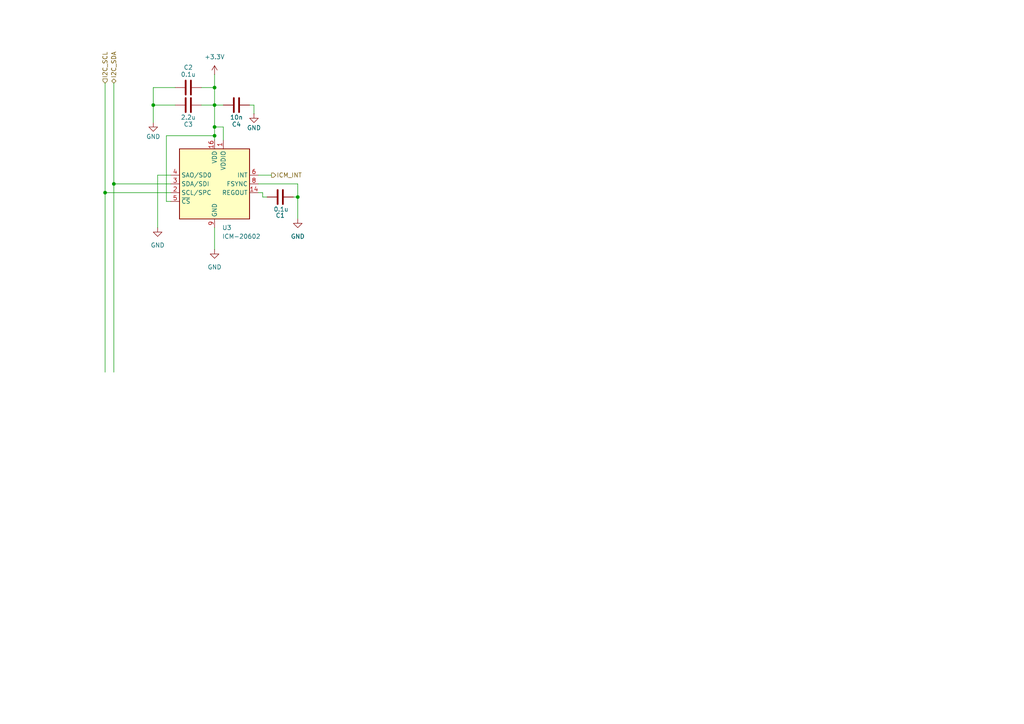
<source format=kicad_sch>
(kicad_sch (version 20231120) (generator "eeschema") (generator_version "8.0")
  (paper "A4")
  (lib_symbols
    (symbol "Device:C" (pin_numbers hide) (pin_names (offset 0.254))
      (property "Reference" "C" (at 0.635 2.54 0))
      (property "Value" "C" (at 0.635 -2.54 0))
      (symbol "C_0_1"
        (polyline (pts (xy -2.032 -0.762) (xy 2.032 -0.762)) (stroke (width 0.508)))
        (polyline (pts (xy -2.032 0.762) (xy 2.032 0.762)) (stroke (width 0.508)))
      )
      (symbol "C_1_1"
        (pin passive line (at 0 3.81 270) (length 2.794) (name "~") (number "1"))
        (pin passive line (at 0 -3.81 90) (length 2.794) (name "~") (number "2"))
      )
    )
    (symbol "Sensor_Motion:ICM-20602"
      (property "Reference" "U" (at -10.16 11.43 0))
      (property "Value" "ICM-20602" (at 10.16 11.43 0))
      (symbol "ICM-20602_0_1"
        (rectangle (start -10.16 10.16) (end 10.16 -10.16) (stroke (width 0.254)) (fill (type background)))
      )
      (symbol "ICM-20602_1_1"
        (pin power_in line (at 2.54 12.7 270) (length 2.54) (name "VDDIO") (number "1"))
        (pin passive line (at 0 -12.7 90) (length 2.54) hide (name "GND") (number "10"))
        (pin passive line (at 0 -12.7 90) (length 2.54) hide (name "GND") (number "11"))
        (pin passive line (at 0 -12.7 90) (length 2.54) hide (name "GND") (number "12"))
        (pin passive line (at 0 -12.7 90) (length 2.54) hide (name "GND") (number "13"))
        (pin passive line (at 12.7 -2.54 180) (length 2.54) (name "REGOUT") (number "14"))
        (pin passive line (at 0 -12.7 90) (length 2.54) hide (name "GND") (number "15"))
        (pin power_in line (at 0 12.7 270) (length 2.54) (name "VDD") (number "16"))
        (pin input line (at -12.7 -2.54 0) (length 2.54) (name "SCL/SPC") (number "2"))
        (pin bidirectional line (at -12.7 0 0) (length 2.54) (name "SDA/SDI") (number "3"))
        (pin bidirectional line (at -12.7 2.54 0) (length 2.54) (name "SAO/SD0") (number "4"))
        (pin input line (at -12.7 -5.08 0) (length 2.54) (name "~{CS}") (number "5"))
        (pin output line (at 12.7 2.54 180) (length 2.54) (name "INT") (number "6"))
        (pin no_connect line (at -10.16 5.08 0) (length 2.54) hide (name "RESV") (number "7"))
        (pin input line (at 12.7 0 180) (length 2.54) (name "FSYNC") (number "8"))
        (pin power_in line (at 0 -12.7 90) (length 2.54) (name "GND") (number "9"))
      )
    )
    (symbol "power:+3.3V" (power) (pin_numbers hide) (pin_names (offset 0) hide)
      (property "Value" "+3.3V" (at 0 3.556 0))
      (symbol "+3.3V_0_1"
        (polyline (pts (xy -0.762 1.27) (xy 0 2.54)))
        (polyline (pts (xy 0 0) (xy 0 2.54)))
        (polyline (pts (xy 0 2.54) (xy 0.762 1.27)))
      )
      (symbol "+3.3V_1_1"
        (pin power_in line (at 0 0 90) (length 0) (name "~") (number "1"))
      )
    )
    (symbol "power:GND" (power) (pin_numbers hide) (pin_names (offset 0) hide)
      (property "Value" "GND" (at 0 -3.81 0))
      (symbol "GND_0_1"
        (polyline (pts (xy 0 0) (xy 0 -1.27) (xy 1.27 -1.27) (xy 0 -2.54) (xy -1.27 -1.27) (xy 0 -1.27)))
      )
      (symbol "GND_1_1"
        (pin power_in line (at 0 0 270) (length 0) (name "~") (number "1"))
      )
    )
  )
  (junction (at 62.23 36.83))
  (junction (at 33.02 53.34))
  (junction (at 62.23 30.48))
  (junction (at 62.23 39.37))
  (junction (at 62.23 25.4))
  (junction (at 86.36 57.15))
  (junction (at 30.48 55.88))
  (junction (at 44.45 30.48))
  (wire (pts (xy 62.23 36.83) (xy 62.23 39.37)))
  (wire (pts (xy 33.02 53.34) (xy 49.53 53.34)))
  (wire (pts (xy 49.53 58.42) (xy 48.26 58.42)))
  (wire (pts (xy 48.26 58.42) (xy 48.26 39.37)))
  (wire (pts (xy 50.8 25.4) (xy 44.45 25.4)))
  (wire (pts (xy 30.48 24.13) (xy 30.48 55.88)))
  (wire (pts (xy 74.93 53.34) (xy 86.36 53.34)))
  (wire (pts (xy 73.66 30.48) (xy 73.66 33.02)))
  (wire (pts (xy 64.77 36.83) (xy 62.23 36.83)))
  (wire (pts (xy 64.77 40.64) (xy 64.77 36.83)))
  (wire (pts (xy 62.23 30.48) (xy 62.23 36.83)))
  (wire (pts (xy 62.23 21.59) (xy 62.23 25.4)))
  (wire (pts (xy 62.23 66.04) (xy 62.23 72.39)))
  (wire (pts (xy 49.53 50.8) (xy 45.72 50.8)))
  (wire (pts (xy 30.48 55.88) (xy 30.48 107.95)))
  (wire (pts (xy 45.72 50.8) (xy 45.72 66.04)))
  (wire (pts (xy 30.48 55.88) (xy 49.53 55.88)))
  (wire (pts (xy 44.45 25.4) (xy 44.45 30.48)))
  (wire (pts (xy 74.93 55.88) (xy 76.2 55.88)))
  (wire (pts (xy 86.36 53.34) (xy 86.36 57.15)))
  (wire (pts (xy 62.23 39.37) (xy 62.23 40.64)))
  (wire (pts (xy 72.39 30.48) (xy 73.66 30.48)))
  (wire (pts (xy 44.45 30.48) (xy 44.45 35.56)))
  (wire (pts (xy 33.02 24.13) (xy 33.02 53.34)))
  (wire (pts (xy 58.42 25.4) (xy 62.23 25.4)))
  (wire (pts (xy 62.23 25.4) (xy 62.23 30.48)))
  (wire (pts (xy 76.2 57.15) (xy 77.47 57.15)))
  (wire (pts (xy 85.09 57.15) (xy 86.36 57.15)))
  (wire (pts (xy 86.36 57.15) (xy 86.36 63.5)))
  (wire (pts (xy 33.02 53.34) (xy 33.02 107.95)))
  (wire (pts (xy 58.42 30.48) (xy 62.23 30.48)))
  (wire (pts (xy 74.93 50.8) (xy 78.74 50.8)))
  (wire (pts (xy 76.2 55.88) (xy 76.2 57.15)))
  (wire (pts (xy 44.45 30.48) (xy 50.8 30.48)))
  (wire (pts (xy 64.77 30.48) (xy 62.23 30.48)))
  (wire (pts (xy 48.26 39.37) (xy 62.23 39.37)))
  (hierarchical_label "I2C_SDA" (shape bidirectional) (at 33.02 24.13 90))
  (hierarchical_label "I2C_SCL" (shape input) (at 30.48 24.13 90))
  (hierarchical_label "ICM_INT" (shape output) (at 78.74 50.8 0))
  (symbol (lib_id "Device:C") (at 68.58 30.48 90) (unit 1)
    (property "Reference" "C4" (at 68.58 36.068 90))
    (property "Value" "10n" (at 68.58 34.036 90))
    (property "Description" "Unpolarized capacitor" (effects (hide yes)))
  )
  (symbol (lib_id "power:GND") (at 62.23 72.39 0) (unit 1)
    (property "Reference" "#PWR012" (effects (hide yes)))
    (property "Value" "GND" (at 62.23 77.47 0))
    (property "Description" "Power symbol creates a global label with name \"GND\" , ground" (effects (hide yes)))
  )
  (symbol (lib_id "power:GND") (at 45.72 66.04 0) (unit 1)
    (property "Reference" "#PWR017" (effects (hide yes)))
    (property "Value" "GND" (at 45.72 71.12 0))
    (property "Description" "Power symbol creates a global label with name \"GND\" , ground" (effects (hide yes)))
  )
  (symbol (lib_id "power:GND") (at 86.36 63.5 0) (unit 1)
    (property "Reference" "#PWR014" (effects (hide yes)))
    (property "Value" "GND" (at 86.36 68.58 0))
    (property "Description" "Power symbol creates a global label with name \"GND\" , ground" (effects (hide yes)))
  )
  (symbol (lib_id "Device:C") (at 54.61 25.4 90) (unit 1)
    (property "Reference" "C2" (at 54.61 19.558 90))
    (property "Value" "0.1u" (at 54.61 21.59 90))
    (property "Description" "Unpolarized capacitor" (effects (hide yes)))
  )
  (symbol (lib_id "power:GND") (at 73.66 33.02 0) (unit 1)
    (property "Reference" "#PWR016" (effects (hide yes)))
    (property "Value" "GND" (at 73.66 37.084 0))
    (property "Description" "Power symbol creates a global label with name \"GND\" , ground" (effects (hide yes)))
  )
  (symbol (lib_id "Device:C") (at 54.61 30.48 90) (unit 1)
    (property "Reference" "C3" (at 54.61 36.068 90))
    (property "Value" "2.2u" (at 54.61 34.036 90))
    (property "Description" "Unpolarized capacitor" (effects (hide yes)))
  )
  (symbol (lib_id "Sensor_Motion:ICM-20602") (at 62.23 53.34 0) (unit 1)
    (property "Reference" "U3" (at 64.4241 66.04 0) (effects (justify left)))
    (property "Value" "ICM-20602" (at 64.4241 68.58 0) (effects (justify left)))
    (property "Footprint" "Package_LGA:LGA-16_3x3mm_P0.5mm_LayoutBorder3x5y" (effects (hide yes)))
    (property "Datasheet" "http://www.invensense.com/wp-content/uploads/2016/10/DS-000176-ICM-20602-v1.0.pdf" (effects (hide yes)))
    (property "Description" "High performance 6-Axis MEMS motion tracking, SPI/I2C interface, LGA-16" (effects (hide yes)))
  )
  (symbol (lib_id "power:+3.3V") (at 62.23 21.59 0) (unit 1)
    (property "Reference" "#PWR013" (effects (hide yes)))
    (property "Value" "+3.3V" (at 62.23 16.51 0))
    (property "Description" "Power symbol creates a global label with name \"+3.3V\"" (effects (hide yes)))
  )
  (symbol (lib_id "Device:C") (at 81.28 57.15 90) (unit 1)
    (property "Reference" "C1" (at 81.28 62.484 90))
    (property "Value" "0.1u" (at 81.534 60.706 90))
    (property "Description" "Unpolarized capacitor" (effects (hide yes)))
  )
  (symbol (lib_id "power:GND") (at 44.45 35.56 0) (unit 1)
    (property "Reference" "#PWR015" (effects (hide yes)))
    (property "Value" "GND" (at 44.45 39.624 0))
    (property "Description" "Power symbol creates a global label with name \"GND\" , ground" (effects (hide yes)))
  )
)
</source>
